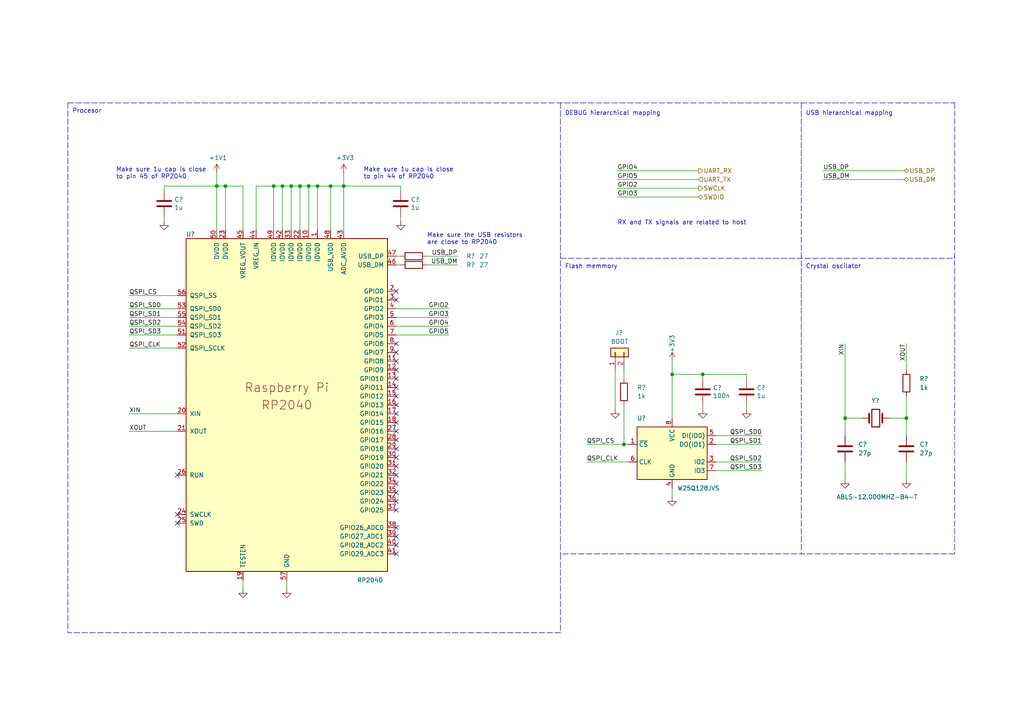
<source format=kicad_sch>
(kicad_sch (version 20211123) (generator eeschema)
  (paper "A4")
  (lib_symbols
    (symbol "Connector_Generic:Conn_01x02" (pin_names (offset 1.016) hide)
      (property "Reference" "J" (at 0 2.54 0))
      (property "Value" "Conn_01x02" (at 0 -5.08 0))
      (symbol "Conn_01x02_1_1"
        (rectangle (start -1.27 -2.413) (end 0 -2.667) (stroke (width 0.1524)))
        (rectangle (start -1.27 0.127) (end 0 -0.127) (stroke (width 0.1524)))
        (rectangle (start -1.27 1.27) (end 1.27 -3.81) (stroke (width 0.254)) (fill (type background)))
        (pin passive line (at -5.08 0 0) (length 3.81) (name "Pin_1") (number "1"))
        (pin passive line (at -5.08 -2.54 0) (length 3.81) (name "Pin_2") (number "2"))
      )
    )
    (symbol "Device:C" (pin_numbers hide) (pin_names (offset 0.254))
      (property "Reference" "C" (at 0.635 2.54 0))
      (property "Value" "C" (at 0.635 -2.54 0))
      (symbol "C_0_1"
        (polyline (pts (xy -2.032 -0.762) (xy 2.032 -0.762)) (stroke (width 0.508)))
        (polyline (pts (xy -2.032 0.762) (xy 2.032 0.762)) (stroke (width 0.508)))
      )
      (symbol "C_1_1"
        (pin passive line (at 0 3.81 270) (length 2.794) (name "~") (number "1"))
        (pin passive line (at 0 -3.81 90) (length 2.794) (name "~") (number "2"))
      )
    )
    (symbol "Device:Crystal" (pin_numbers hide) (pin_names (offset 1.016) hide)
      (property "Reference" "Y" (at 0 3.81 0))
      (property "Value" "Crystal" (at 0 -3.81 0))
      (symbol "Crystal_0_1"
        (rectangle (start -1.143 2.54) (end 1.143 -2.54) (stroke (width 0.3048)))
        (polyline (pts (xy -2.54 0) (xy -1.905 0)))
        (polyline (pts (xy -1.905 -1.27) (xy -1.905 1.27)) (stroke (width 0.508)))
        (polyline (pts (xy 1.905 -1.27) (xy 1.905 1.27)) (stroke (width 0.508)))
        (polyline (pts (xy 2.54 0) (xy 1.905 0)))
      )
      (symbol "Crystal_1_1"
        (pin passive line (at -3.81 0 0) (length 1.27) (name "1") (number "1"))
        (pin passive line (at 3.81 0 180) (length 1.27) (name "2") (number "2"))
      )
    )
    (symbol "Device:R" (pin_numbers hide) (pin_names (offset 0))
      (property "Reference" "R" (at 2.032 0 90))
      (property "Value" "R" (at 0 0 90))
      (symbol "R_0_1"
        (rectangle (start -1.016 -2.54) (end 1.016 2.54) (stroke (width 0.254)))
      )
      (symbol "R_1_1"
        (pin passive line (at 0 3.81 270) (length 1.27) (name "~") (number "1"))
        (pin passive line (at 0 -3.81 90) (length 1.27) (name "~") (number "2"))
      )
    )
    (symbol "MCU_RaspberryPi_RP2040:RP2040" (pin_names (offset 1.016))
      (property "Reference" "U" (at -29.21 49.53 0))
      (property "Value" "RP2040" (at 24.13 -49.53 0))
      (symbol "RP2040_0_0"
        (text "Raspberry Pi" (at 0 5.08 0) (effects (font (size 2.54 2.54))))
        (text "RP2040" (at 0 0 0) (effects (font (size 2.54 2.54))))
      )
      (symbol "RP2040_0_1"
        (rectangle (start 29.21 48.26) (end -29.21 -48.26) (stroke (width 0.254)) (fill (type background)))
      )
      (symbol "RP2040_1_1"
        (pin power_in line (at 8.89 50.8 270) (length 2.54) (name "IOVDD") (number "1"))
        (pin power_in line (at 6.35 50.8 270) (length 2.54) (name "IOVDD") (number "10"))
        (pin bidirectional line (at 31.75 12.7 180) (length 2.54) (name "GPIO8") (number "11"))
        (pin bidirectional line (at 31.75 10.16 180) (length 2.54) (name "GPIO9") (number "12"))
        (pin bidirectional line (at 31.75 7.62 180) (length 2.54) (name "GPIO10") (number "13"))
        (pin bidirectional line (at 31.75 5.08 180) (length 2.54) (name "GPIO11") (number "14"))
        (pin bidirectional line (at 31.75 2.54 180) (length 2.54) (name "GPIO12") (number "15"))
        (pin bidirectional line (at 31.75 0 180) (length 2.54) (name "GPIO13") (number "16"))
        (pin bidirectional line (at 31.75 -2.54 180) (length 2.54) (name "GPIO14") (number "17"))
        (pin bidirectional line (at 31.75 -5.08 180) (length 2.54) (name "GPIO15") (number "18"))
        (pin passive line (at -12.7 -50.8 90) (length 2.54) (name "TESTEN") (number "19"))
        (pin bidirectional line (at 31.75 33.02 180) (length 2.54) (name "GPIO0") (number "2"))
        (pin input line (at -31.75 -2.54 0) (length 2.54) (name "XIN") (number "20"))
        (pin passive line (at -31.75 -7.62 0) (length 2.54) (name "XOUT") (number "21"))
        (pin power_in line (at 3.81 50.8 270) (length 2.54) (name "IOVDD") (number "22"))
        (pin power_in line (at -17.78 50.8 270) (length 2.54) (name "DVDD") (number "23"))
        (pin output line (at -31.75 -31.75 0) (length 2.54) (name "SWCLK") (number "24"))
        (pin bidirectional line (at -31.75 -34.29 0) (length 2.54) (name "SWD") (number "25"))
        (pin input line (at -31.75 -20.32 0) (length 2.54) (name "RUN") (number "26"))
        (pin bidirectional line (at 31.75 -7.62 180) (length 2.54) (name "GPIO16") (number "27"))
        (pin bidirectional line (at 31.75 -10.16 180) (length 2.54) (name "GPIO17") (number "28"))
        (pin bidirectional line (at 31.75 -12.7 180) (length 2.54) (name "GPIO18") (number "29"))
        (pin bidirectional line (at 31.75 30.48 180) (length 2.54) (name "GPIO1") (number "3"))
        (pin bidirectional line (at 31.75 -15.24 180) (length 2.54) (name "GPIO19") (number "30"))
        (pin bidirectional line (at 31.75 -17.78 180) (length 2.54) (name "GPIO20") (number "31"))
        (pin bidirectional line (at 31.75 -20.32 180) (length 2.54) (name "GPIO21") (number "32"))
        (pin power_in line (at 1.27 50.8 270) (length 2.54) (name "IOVDD") (number "33"))
        (pin bidirectional line (at 31.75 -22.86 180) (length 2.54) (name "GPIO22") (number "34"))
        (pin bidirectional line (at 31.75 -25.4 180) (length 2.54) (name "GPIO23") (number "35"))
        (pin bidirectional line (at 31.75 -27.94 180) (length 2.54) (name "GPIO24") (number "36"))
        (pin bidirectional line (at 31.75 -30.48 180) (length 2.54) (name "GPIO25") (number "37"))
        (pin bidirectional line (at 31.75 -35.56 180) (length 2.54) (name "GPIO26_ADC0") (number "38"))
        (pin bidirectional line (at 31.75 -38.1 180) (length 2.54) (name "GPIO27_ADC1") (number "39"))
        (pin bidirectional line (at 31.75 27.94 180) (length 2.54) (name "GPIO2") (number "4"))
        (pin bidirectional line (at 31.75 -40.64 180) (length 2.54) (name "GPIO28_ADC2") (number "40"))
        (pin bidirectional line (at 31.75 -43.18 180) (length 2.54) (name "GPIO29_ADC3") (number "41"))
        (pin power_in line (at -1.27 50.8 270) (length 2.54) (name "IOVDD") (number "42"))
        (pin power_in line (at 16.51 50.8 270) (length 2.54) (name "ADC_AVDD") (number "43"))
        (pin power_in line (at -8.89 50.8 270) (length 2.54) (name "VREG_IN") (number "44"))
        (pin power_out line (at -12.7 50.8 270) (length 2.54) (name "VREG_VOUT") (number "45"))
        (pin bidirectional line (at 31.75 40.64 180) (length 2.54) (name "USB_DM") (number "46"))
        (pin bidirectional line (at 31.75 43.18 180) (length 2.54) (name "USB_DP") (number "47"))
        (pin power_in line (at 12.7 50.8 270) (length 2.54) (name "USB_VDD") (number "48"))
        (pin power_in line (at -3.81 50.8 270) (length 2.54) (name "IOVDD") (number "49"))
        (pin bidirectional line (at 31.75 25.4 180) (length 2.54) (name "GPIO3") (number "5"))
        (pin power_in line (at -20.32 50.8 270) (length 2.54) (name "DVDD") (number "50"))
        (pin bidirectional line (at -31.75 20.32 0) (length 2.54) (name "QSPI_SD3") (number "51"))
        (pin output line (at -31.75 16.51 0) (length 2.54) (name "QSPI_SCLK") (number "52"))
        (pin bidirectional line (at -31.75 27.94 0) (length 2.54) (name "QSPI_SD0") (number "53"))
        (pin bidirectional line (at -31.75 22.86 0) (length 2.54) (name "QSPI_SD2") (number "54"))
        (pin bidirectional line (at -31.75 25.4 0) (length 2.54) (name "QSPI_SD1") (number "55"))
        (pin bidirectional line (at -31.75 31.75 0) (length 2.54) (name "QSPI_SS") (number "56"))
        (pin power_in line (at 0 -50.8 90) (length 2.54) (name "GND") (number "57"))
        (pin bidirectional line (at 31.75 22.86 180) (length 2.54) (name "GPIO4") (number "6"))
        (pin bidirectional line (at 31.75 20.32 180) (length 2.54) (name "GPIO5") (number "7"))
        (pin bidirectional line (at 31.75 17.78 180) (length 2.54) (name "GPIO6") (number "8"))
        (pin bidirectional line (at 31.75 15.24 180) (length 2.54) (name "GPIO7") (number "9"))
      )
    )
    (symbol "Memory_Flash:W25Q128JVS"
      (property "Reference" "U" (at -8.89 8.89 0))
      (property "Value" "W25Q128JVS" (at 7.62 8.89 0))
      (symbol "W25Q128JVS_0_1"
        (rectangle (start -10.16 7.62) (end 10.16 -7.62) (stroke (width 0.254)) (fill (type background)))
      )
      (symbol "W25Q128JVS_1_1"
        (pin input line (at -12.7 2.54 0) (length 2.54) (name "~{CS}") (number "1"))
        (pin bidirectional line (at 12.7 2.54 180) (length 2.54) (name "DO(IO1)") (number "2"))
        (pin bidirectional line (at 12.7 -2.54 180) (length 2.54) (name "IO2") (number "3"))
        (pin power_in line (at 0 -10.16 90) (length 2.54) (name "GND") (number "4"))
        (pin bidirectional line (at 12.7 5.08 180) (length 2.54) (name "DI(IO0)") (number "5"))
        (pin input line (at -12.7 -2.54 0) (length 2.54) (name "CLK") (number "6"))
        (pin bidirectional line (at 12.7 -5.08 180) (length 2.54) (name "IO3") (number "7"))
        (pin power_in line (at 0 10.16 270) (length 2.54) (name "VCC") (number "8"))
      )
    )
    (symbol "power:+1V1" (power) (pin_names (offset 0))
      (property "Value" "+1V1" (at 0 3.556 0))
      (symbol "+1V1_0_1"
        (polyline (pts (xy -0.762 1.27) (xy 0 2.54)))
        (polyline (pts (xy 0 0) (xy 0 2.54)))
        (polyline (pts (xy 0 2.54) (xy 0.762 1.27)))
      )
      (symbol "+1V1_1_1"
        (pin power_in line (at 0 0 90) (length 0) hide (name "+1V1") (number "1"))
      )
    )
    (symbol "power:+3V3" (power) (pin_names (offset 0))
      (property "Value" "+3V3" (at 0 3.556 0))
      (symbol "+3V3_0_1"
        (polyline (pts (xy -0.762 1.27) (xy 0 2.54)))
        (polyline (pts (xy 0 0) (xy 0 2.54)))
        (polyline (pts (xy 0 2.54) (xy 0.762 1.27)))
      )
      (symbol "+3V3_1_1"
        (pin power_in line (at 0 0 90) (length 0) hide (name "+3V3") (number "1"))
      )
    )
    (symbol "power:GND" (power) (pin_names (offset 0))
      (property "Value" "GND" (at 0 -3.81 0))
      (symbol "GND_0_1"
        (polyline (pts (xy 0 0) (xy 0 -1.27) (xy 1.27 -1.27) (xy 0 -2.54) (xy -1.27 -1.27) (xy 0 -1.27)))
      )
      (symbol "GND_1_1"
        (pin power_in line (at 0 0 270) (length 0) hide (name "GND") (number "1"))
      )
    )
  )
  (junction (at 81.915 53.975))
  (junction (at 84.455 53.975))
  (junction (at 79.375 53.975))
  (junction (at 86.995 53.975))
  (junction (at 180.975 128.905))
  (junction (at 92.075 53.975))
  (junction (at 95.885 53.975))
  (junction (at 62.865 53.975))
  (junction (at 65.405 53.975))
  (junction (at 89.535 53.975))
  (junction (at 194.945 108.585))
  (junction (at 203.835 108.585))
  (junction (at 262.89 121.285))
  (junction (at 99.695 53.975))
  (junction (at 245.11 121.285))
  (no_connect (at 114.935 84.455))
  (no_connect (at 114.935 99.695))
  (no_connect (at 114.935 102.235))
  (no_connect (at 114.935 104.775))
  (no_connect (at 114.935 107.315))
  (no_connect (at 114.935 109.855))
  (no_connect (at 114.935 112.395))
  (no_connect (at 114.935 114.935))
  (no_connect (at 114.935 117.475))
  (no_connect (at 114.935 86.995))
  (no_connect (at 114.935 120.015))
  (no_connect (at 114.935 122.555))
  (no_connect (at 114.935 125.095))
  (no_connect (at 114.935 127.635))
  (no_connect (at 114.935 130.175))
  (no_connect (at 114.935 132.715))
  (no_connect (at 114.935 135.255))
  (no_connect (at 114.935 137.795))
  (no_connect (at 114.935 140.335))
  (no_connect (at 114.935 142.875))
  (no_connect (at 114.935 145.415))
  (no_connect (at 114.935 147.955))
  (no_connect (at 114.935 153.035))
  (no_connect (at 114.935 155.575))
  (no_connect (at 114.935 158.115))
  (no_connect (at 114.935 160.655))
  (no_connect (at 51.435 151.765))
  (no_connect (at 51.435 149.225))
  (no_connect (at 51.435 137.795))
  (wire (pts (xy 99.695 50.165) (xy 99.695 53.975)))
  (wire (pts (xy 89.535 66.675) (xy 89.535 53.975)))
  (wire (pts (xy 37.465 94.615) (xy 51.435 94.615)))
  (wire (pts (xy 114.935 92.075) (xy 130.175 92.075)))
  (wire (pts (xy 114.935 89.535) (xy 130.175 89.535)))
  (wire (pts (xy 95.885 66.675) (xy 95.885 53.975)))
  (wire (pts (xy 47.625 62.865) (xy 47.625 64.135)))
  (wire (pts (xy 81.915 53.975) (xy 84.455 53.975)))
  (wire (pts (xy 207.645 136.525) (xy 220.98 136.525)))
  (polyline (pts (xy 19.685 29.845) (xy 19.685 183.515)))
  (wire (pts (xy 238.76 49.53) (xy 262.255 49.53)))
  (wire (pts (xy 65.405 53.975) (xy 62.865 53.975)))
  (wire (pts (xy 180.975 107.315) (xy 180.975 109.855)))
  (wire (pts (xy 245.11 121.285) (xy 245.11 99.695)))
  (wire (pts (xy 207.645 128.905) (xy 220.98 128.905)))
  (wire (pts (xy 116.205 55.245) (xy 116.205 53.975)))
  (wire (pts (xy 245.11 121.285) (xy 250.19 121.285)))
  (polyline (pts (xy 276.86 29.845) (xy 276.86 160.655)))
  (polyline (pts (xy 232.41 29.845) (xy 232.41 160.655)))
  (wire (pts (xy 62.865 53.975) (xy 62.865 66.675)))
  (wire (pts (xy 74.295 53.975) (xy 79.375 53.975)))
  (polyline (pts (xy 162.56 160.655) (xy 162.56 183.515)))
  (wire (pts (xy 114.935 94.615) (xy 130.175 94.615)))
  (wire (pts (xy 194.945 108.585) (xy 203.835 108.585)))
  (wire (pts (xy 99.695 53.975) (xy 116.205 53.975)))
  (wire (pts (xy 47.625 53.975) (xy 62.865 53.975)))
  (wire (pts (xy 245.11 133.985) (xy 245.11 139.065)))
  (wire (pts (xy 86.995 53.975) (xy 89.535 53.975)))
  (wire (pts (xy 207.645 133.985) (xy 220.98 133.985)))
  (wire (pts (xy 51.435 125.095) (xy 37.465 125.095)))
  (polyline (pts (xy 276.86 74.93) (xy 276.86 74.295)))
  (wire (pts (xy 203.835 108.585) (xy 216.535 108.585)))
  (wire (pts (xy 194.945 108.585) (xy 194.945 121.285)))
  (wire (pts (xy 37.465 97.155) (xy 51.435 97.155)))
  (wire (pts (xy 123.825 76.835) (xy 132.715 76.835)))
  (wire (pts (xy 70.485 53.975) (xy 65.405 53.975)))
  (wire (pts (xy 86.995 66.675) (xy 86.995 53.975)))
  (wire (pts (xy 62.865 50.165) (xy 62.865 53.975)))
  (wire (pts (xy 47.625 55.245) (xy 47.625 53.975)))
  (wire (pts (xy 84.455 66.675) (xy 84.455 53.975)))
  (polyline (pts (xy 162.56 183.515) (xy 19.685 183.515)))
  (polyline (pts (xy 162.56 74.93) (xy 276.86 74.93)))
  (polyline (pts (xy 276.86 160.655) (xy 162.56 160.655)))
  (wire (pts (xy 70.485 168.275) (xy 70.485 170.815)))
  (wire (pts (xy 207.645 126.365) (xy 220.98 126.365)))
  (polyline (pts (xy 162.56 29.845) (xy 162.56 160.655)))
  (wire (pts (xy 182.245 128.905) (xy 180.975 128.905)))
  (wire (pts (xy 51.435 85.725) (xy 37.465 85.725)))
  (wire (pts (xy 83.185 168.275) (xy 83.185 170.815)))
  (wire (pts (xy 179.07 49.53) (xy 202.565 49.53)))
  (wire (pts (xy 84.455 53.975) (xy 86.995 53.975)))
  (wire (pts (xy 262.89 121.285) (xy 262.89 114.935)))
  (wire (pts (xy 180.975 117.475) (xy 180.975 128.905)))
  (wire (pts (xy 79.375 53.975) (xy 81.915 53.975)))
  (wire (pts (xy 180.975 128.905) (xy 170.18 128.905)))
  (wire (pts (xy 114.935 76.835) (xy 116.205 76.835)))
  (wire (pts (xy 203.835 118.745) (xy 203.835 117.475)))
  (wire (pts (xy 194.945 104.775) (xy 194.945 108.585)))
  (wire (pts (xy 79.375 66.675) (xy 79.375 53.975)))
  (wire (pts (xy 262.89 126.365) (xy 262.89 121.285)))
  (wire (pts (xy 37.465 89.535) (xy 51.435 89.535)))
  (wire (pts (xy 194.945 144.145) (xy 194.945 141.605)))
  (wire (pts (xy 92.075 53.975) (xy 95.885 53.975)))
  (wire (pts (xy 178.435 107.315) (xy 178.435 118.745)))
  (wire (pts (xy 203.835 109.855) (xy 203.835 108.585)))
  (wire (pts (xy 99.695 53.975) (xy 99.695 66.675)))
  (wire (pts (xy 89.535 53.975) (xy 92.075 53.975)))
  (wire (pts (xy 179.07 54.61) (xy 202.565 54.61)))
  (wire (pts (xy 179.07 57.15) (xy 202.565 57.15)))
  (wire (pts (xy 37.465 92.075) (xy 51.435 92.075)))
  (wire (pts (xy 116.205 62.865) (xy 116.205 64.135)))
  (wire (pts (xy 123.825 74.295) (xy 132.715 74.295)))
  (wire (pts (xy 37.465 120.015) (xy 51.435 120.015)))
  (wire (pts (xy 92.075 53.975) (xy 92.075 66.675)))
  (wire (pts (xy 114.935 74.295) (xy 116.205 74.295)))
  (wire (pts (xy 74.295 66.675) (xy 74.295 53.975)))
  (wire (pts (xy 81.915 66.675) (xy 81.915 53.975)))
  (wire (pts (xy 95.885 53.975) (xy 99.695 53.975)))
  (wire (pts (xy 238.76 52.07) (xy 262.255 52.07)))
  (wire (pts (xy 70.485 66.675) (xy 70.485 53.975)))
  (wire (pts (xy 51.435 100.965) (xy 37.465 100.965)))
  (wire (pts (xy 182.245 133.985) (xy 170.18 133.985)))
  (polyline (pts (xy 19.685 29.845) (xy 276.86 29.845)))
  (wire (pts (xy 262.89 133.985) (xy 262.89 139.065)))
  (wire (pts (xy 216.535 109.855) (xy 216.535 108.585)))
  (wire (pts (xy 65.405 66.675) (xy 65.405 53.975)))
  (wire (pts (xy 179.07 52.07) (xy 202.565 52.07)))
  (wire (pts (xy 114.935 97.155) (xy 130.175 97.155)))
  (wire (pts (xy 262.89 107.315) (xy 262.89 99.695)))
  (wire (pts (xy 216.535 118.745) (xy 216.535 117.475)))
  (wire (pts (xy 257.81 121.285) (xy 262.89 121.285)))
  (wire (pts (xy 245.11 126.365) (xy 245.11 121.285)))
  (text "USB hierarchical mapping" (at 233.68 33.655 0) (effects (font (size 1.27 1.27)) (justify left bottom)))
  (text "Make sure the USB resistors\nare close to RP2040" (at 123.825 71.12 0) (effects (font (size 1.27 1.27)) (justify left bottom)))
  (text "DEBUG hierarchical mapping" (at 163.83 33.655 0) (effects (font (size 1.27 1.27)) (justify left bottom)))
  (text "Make sure 1u cap is close\nto pin 45 of RP2040" (at 33.655 52.07 0) (effects (font (size 1.27 1.27)) (justify left bottom)))
  (text "Procesor" (at 20.955 33.02 0) (effects (font (size 1.27 1.27)) (justify left bottom)))
  (text "Crystal oscilator" (at 233.68 78.105 0) (effects (font (size 1.27 1.27)) (justify left bottom)))
  (text "RX and TX signals are related to host" (at 179.07 65.405 0) (effects (font (size 1.27 1.27)) (justify left bottom)))
  (text "Flash memmory\n" (at 163.83 78.105 0) (effects (font (size 1.27 1.27)) (justify left bottom)))
  (text "Make sure 1u cap is close\nto pin 44 of RP2040" (at 105.41 52.07 0) (effects (font (size 1.27 1.27)) (justify left bottom)))
  (label "GPIO3" (at 130.175 92.075 180))
  (label "USB_DM" (at 132.715 76.835 180))
  (label "GPIO4" (at 179.07 49.53 0))
  (label "QSPI_SD2" (at 220.98 133.985 180))
  (label "GPIO2" (at 179.07 54.61 0))
  (label "QSPI_SD3" (at 37.465 97.155 0))
  (label "QSPI_SD1" (at 220.98 128.905 180))
  (label "QSPI_SD3" (at 220.98 136.525 180))
  (label "QSPI_SD1" (at 37.465 92.075 0))
  (label "XOUT" (at 262.89 99.695 270))
  (label "QSPI_SD0" (at 220.98 126.365 180))
  (label "XOUT" (at 37.465 125.095 0))
  (label "QSPI_CS" (at 37.465 85.725 0))
  (label "GPIO2" (at 130.175 89.535 180))
  (label "USB_DM" (at 238.76 52.07 0))
  (label "QSPI_SD2" (at 37.465 94.615 0))
  (label "XIN" (at 245.11 99.695 270))
  (label "QSPI_CLK" (at 37.465 100.965 0))
  (label "QSPI_CS" (at 170.18 128.905 0))
  (label "GPIO5" (at 130.175 97.155 180))
  (label "GPIO4" (at 130.175 94.615 180))
  (label "QSPI_SD0" (at 37.465 89.535 0))
  (label "USB_DP" (at 238.76 49.53 0))
  (label "GPIO5" (at 179.07 52.07 0))
  (label "USB_DP" (at 132.715 74.295 180))
  (label "GPIO3" (at 179.07 57.15 0))
  (label "QSPI_CLK" (at 170.18 133.985 0))
  (label "XIN" (at 37.465 120.015 0))
  (hierarchical_label "UART_TX" (shape input) (at 202.565 52.07 0))
  (hierarchical_label "USB_DP" (shape bidirectional) (at 262.255 49.53 0))
  (hierarchical_label "SWDIO" (shape bidirectional) (at 202.565 57.15 0))
  (hierarchical_label "USB_DM" (shape bidirectional) (at 262.255 52.07 0))
  (hierarchical_label "UART_RX" (shape output) (at 202.565 49.53 0))
  (hierarchical_label "SWCLK" (shape output) (at 202.565 54.61 0))
  (symbol (lib_id "power:GND") (at 216.535 118.745 0) (unit 1)
    (property "Reference" "#PWR?" (effects hide))
    (property "Value" "GND" (effects hide))
  )
  (symbol (lib_id "Device:C") (at 116.205 59.055 0) (unit 1)
    (property "Reference" "C?" (at 119.126 57.8866 0) (effects (justify left)))
    (property "Value" "1u" (at 119.126 60.198 0) (effects (justify left)))
    (property "Footprint" "Capacitor_SMD:C_0603_1608Metric_Pad1.08x0.95mm_HandSolder" (effects hide))
    (property "LCSC" "C1848" (effects hide))
    (property "Voltage" "50 V" (effects hide))
    (property "Type" "X7R" (effects hide))
  )
  (symbol (lib_id "Device:C") (at 216.535 113.665 0) (unit 1)
    (property "Reference" "C?" (at 219.456 112.4966 0) (effects (justify left)))
    (property "Value" "1u" (at 219.456 114.808 0) (effects (justify left)))
    (property "Footprint" "Capacitor_SMD:C_0603_1608Metric_Pad1.08x0.95mm_HandSolder" (effects hide))
    (property "LCSC" "C1848" (effects hide))
    (property "Voltage" "50 V" (effects hide))
    (property "Type" "X7R" (effects hide))
  )
  (symbol (lib_id "power:GND") (at 83.185 170.815 0) (unit 1)
    (property "Reference" "#PWR?" (effects hide))
    (property "Value" "GND" (effects hide))
  )
  (symbol (lib_id "Device:R") (at 262.89 111.125 0) (unit 1)
    (property "Reference" "R?" (at 267.97 109.855 0))
    (property "Value" "1k" (at 267.97 112.395 0))
    (property "Footprint" "Capacitor_SMD:C_0603_1608Metric_Pad1.08x0.95mm_HandSolder" (effects hide))
    (property "LCSC" "C23186" (effects hide))
    (property "Power" "0.1 W" (effects hide))
  )
  (symbol (lib_id "Device:C") (at 47.625 59.055 0) (unit 1)
    (property "Reference" "C?" (at 50.546 57.8866 0) (effects (justify left)))
    (property "Value" "1u" (at 50.546 60.198 0) (effects (justify left)))
    (property "Footprint" "Capacitor_SMD:C_0603_1608Metric_Pad1.08x0.95mm_HandSolder" (effects hide))
    (property "LCSC" "C1848" (effects hide))
    (property "Voltage" "50 V" (effects hide))
    (property "Type" "X7R" (effects hide))
  )
  (symbol (lib_id "Memory_Flash:W25Q128JVS") (at 194.945 131.445 0) (unit 1)
    (property "Reference" "U?" (at 186.055 121.285 0))
    (property "Value" "W25Q128JVS" (at 202.565 141.605 0))
    (property "Footprint" "Package_SO:SOIC-8_5.23x5.23mm_P1.27mm" (effects hide))
    (property "Datasheet" "http://www.winbond.com/resource-files/w25q128jv_dtr%20revc%2003272018%20plus.pdf" (effects hide))
    (property "LCSC" "C97521" (effects hide))
  )
  (symbol (lib_id "power:GND") (at 47.625 64.135 0) (unit 1)
    (property "Reference" "#PWR?" (effects hide))
    (property "Value" "GND" (effects hide))
  )
  (symbol (lib_id "Device:C") (at 245.11 130.175 0) (unit 1)
    (property "Reference" "C?" (at 248.92 128.905 0) (effects (justify left)))
    (property "Value" "27p" (at 248.92 131.445 0) (effects (justify left)))
    (property "Footprint" "Capacitor_SMD:C_0603_1608Metric_Pad1.08x0.95mm_HandSolder" (effects hide))
    (property "LCSC" "C1656" (effects hide))
    (property "Voltage" "50 V" (effects hide))
    (property "Type" "C0G" (effects hide))
  )
  (symbol (lib_id "Device:C") (at 203.835 113.665 0) (unit 1)
    (property "Reference" "C?" (at 206.756 112.4966 0) (effects (justify left)))
    (property "Value" "100n" (at 206.756 114.808 0) (effects (justify left)))
    (property "Footprint" "Capacitor_SMD:C_0603_1608Metric_Pad1.08x0.95mm_HandSolder" (effects hide))
    (property "LCSC" "C14663" (effects hide))
    (property "Voltage" "50 V" (effects hide))
    (property "Type" "X7R" (effects hide))
  )
  (symbol (lib_id "power:GND") (at 178.435 118.745 0) (unit 1)
    (property "Reference" "#PWR?" (effects hide))
    (property "Value" "GND" (effects hide))
  )
  (symbol (lib_id "Device:Crystal") (at 254 121.285 0) (unit 1)
    (property "Reference" "Y?" (at 252.73 116.205 0) (effects (justify left)))
    (property "Value" "ABLS-12.000MHZ-B4-T" (at 242.57 144.145 0) (effects (justify left)))
    (property "Footprint" "ABLS:HC_49US-_AT49__1" (effects hide))
    (property "LCSC" "C596818" (effects hide))
  )
  (symbol (lib_id "power:+1V1") (at 62.865 50.165 0) (unit 1)
    (property "Reference" "#PWR?" (effects hide))
    (property "Value" "+1V1" (at 63.246 45.7708 0))
  )
  (symbol (lib_id "power:+3V3") (at 99.695 50.165 0) (unit 1)
    (property "Reference" "#PWR?" (effects hide))
    (property "Value" "+3V3" (at 100.076 45.7708 0))
  )
  (symbol (lib_id "Connector_Generic:Conn_01x02") (at 178.435 102.235 90) (unit 1)
    (property "Reference" "J?" (at 178.435 96.52 90) (effects (justify right)))
    (property "Value" "BOOT" (at 182.245 99.06 90) (effects (justify left)))
    (property "Footprint" "Connector_PinHeader_2.54mm:PinHeader_1x02_P2.54mm_Vertical" (effects hide))
  )
  (symbol (lib_id "power:GND") (at 194.945 144.145 0) (unit 1)
    (property "Reference" "#PWR?" (effects hide))
    (property "Value" "GND" (effects hide))
  )
  (symbol (lib_id "power:GND") (at 262.89 139.065 0) (unit 1)
    (property "Reference" "#PWR?" (effects hide))
    (property "Value" "GND" (effects hide))
  )
  (symbol (lib_id "Device:C") (at 262.89 130.175 0) (unit 1)
    (property "Reference" "C?" (at 266.7 128.905 0) (effects (justify left)))
    (property "Value" "27p" (at 266.7 131.445 0) (effects (justify left)))
    (property "Footprint" "Capacitor_SMD:C_0603_1608Metric_Pad1.08x0.95mm_HandSolder" (effects hide))
    (property "LCSC" "C1656" (effects hide))
    (property "Voltage" "50 V" (effects hide))
    (property "Type" "C0G" (effects hide))
  )
  (symbol (lib_id "MCU_RaspberryPi_RP2040:RP2040") (at 83.185 117.475 0) (unit 1)
    (property "Reference" "U?" (at 55.245 67.945 0))
    (property "Value" "RP2040" (at 107.315 168.275 0))
    (property "Footprint" "RP2040:RP2040-QFN-56" (effects hide))
    (property "LCSC" "C2040" (effects hide))
  )
  (symbol (lib_id "Device:R") (at 180.975 113.665 0) (unit 1)
    (property "Reference" "R?" (at 186.055 112.395 0))
    (property "Value" "1k" (at 186.055 114.935 0))
    (property "Footprint" "Capacitor_SMD:C_0603_1608Metric_Pad1.08x0.95mm_HandSolder" (effects hide))
    (property "LCSC" "C23186" (effects hide))
    (property "Power" "0.1 W" (effects hide))
  )
  (symbol (lib_id "power:+3V3") (at 194.945 104.775 0) (unit 1)
    (property "Reference" "#PWR?" (effects hide))
    (property "Value" "+3V3" (at 194.945 99.695 90))
  )
  (symbol (lib_id "power:GND") (at 203.835 118.745 0) (unit 1)
    (property "Reference" "#PWR?" (effects hide))
    (property "Value" "GND" (effects hide))
  )
  (symbol (lib_id "Device:R") (at 120.015 74.295 270) (unit 1)
    (property "Reference" "R?" (at 136.525 74.295 90))
    (property "Value" "27" (at 140.335 74.295 90))
    (property "Footprint" "Capacitor_SMD:C_0603_1608Metric_Pad1.08x0.95mm_HandSolder" (effects hide))
    (property "LCSC" "C25190" (effects hide))
  )
  (symbol (lib_id "Device:R") (at 120.015 76.835 270) (unit 1)
    (property "Reference" "R?" (at 136.525 76.835 90))
    (property "Value" "27" (at 140.335 76.835 90))
    (property "Footprint" "Capacitor_SMD:C_0603_1608Metric_Pad1.08x0.95mm_HandSolder" (effects hide))
    (property "LCSC" "C25190" (effects hide))
  )
  (symbol (lib_id "power:GND") (at 70.485 170.815 0) (unit 1)
    (property "Reference" "#PWR?" (effects hide))
    (property "Value" "GND" (effects hide))
  )
  (symbol (lib_id "power:GND") (at 116.205 64.135 0) (unit 1)
    (property "Reference" "#PWR?" (effects hide))
    (property "Value" "GND" (effects hide))
  )
  (symbol (lib_id "power:GND") (at 245.11 139.065 0) (unit 1)
    (property "Reference" "#PWR?" (effects hide))
    (property "Value" "GND" (effects hide))
  )
)
</source>
